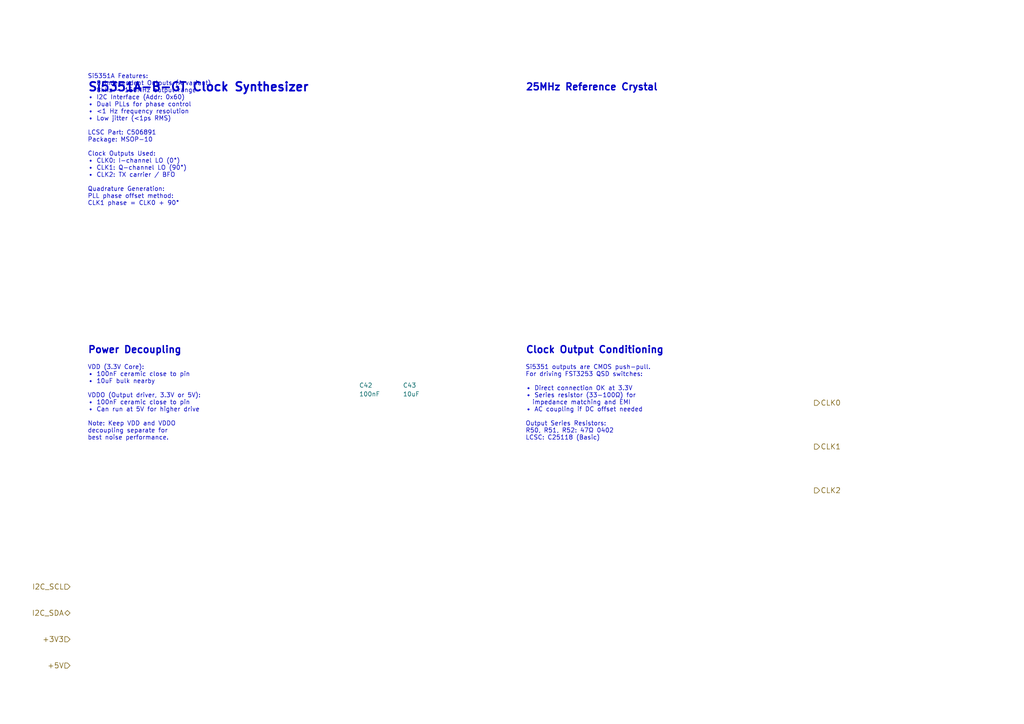
<source format=kicad_sch>
(kicad_sch
  (version 20231120)
  (generator "eeschema")
  (generator_version "8.0")
  (uuid "clock-si5351-uuid-001")
  (paper "A4")
  (title_block
    (title "Clock Generator - Si5351A")
    (date "2024-12-24")
    (rev "1.0")
    (comment 1 "I2C Programmable Clock Synthesizer")
    (comment 2 "Quadrature Clocks for QSD")
  )


  (text "Si5351A-B-GT Clock Synthesizer"
    (exclude_from_sim no)
    (at 25.4 25.4 0)
    (effects (font (size 2.5 2.5) bold) (justify left))
    (uuid "text-si5351-title")
  )

  (text "Si5351A Features:\n• 8 Independent Outputs (A variant)\n• 8kHz - 160MHz output range\n• I2C Interface (Addr: 0x60)\n• Dual PLLs for phase control\n• <1 Hz frequency resolution\n• Low jitter (<1ps RMS)\n\nLCSC Part: C506891\nPackage: MSOP-10\n\nClock Outputs Used:\n• CLK0: I-channel LO (0°)\n• CLK1: Q-channel LO (90°)\n• CLK2: TX carrier / BFO\n\nQuadrature Generation:\nPLL phase offset method:\nCLK1 phase = CLK0 + 90°"
    (exclude_from_sim no)
    (at 25.4 40.64 0)
    (effects (font (size 1.27 1.27)) (justify left))
    (uuid "text-si5351-features")
  )

  (text "25MHz Reference Crystal"
    (exclude_from_sim no)
    (at 152.4 25.4 0)
    (effects (font (size 2 2) bold) (justify left))
    (uuid "text-xtal-title")
  )

  (symbol
    (lib_id "Device:Crystal")
    (at 165.1 50.8 0)
    (unit 1)
    (exclude_from_sim no)
    (in_bom yes)
    (on_board yes)
    (dnp no)
    (uuid "y-si5351")
    (property "Reference" "Y2"
      (at 165.1 43.18 0)
      (effects (font (size 1.27 1.27)))
    )
    (property "Value" "25MHz"
      (at 165.1 45.72 0)
      (effects (font (size 1.27 1.27)))
    )
    (property "Footprint" "Crystal:Crystal_HC49-4H_Vertical"
      (at 165.1 50.8 0)
      (effects (font (size 1.27 1.27)) hide)
    )
    (property "LCSC" "C255909"
      (at 165.1 50.8 0)
      (effects (font (size 1.27 1.27)) hide)
    )
  )

  (symbol
    (lib_id "Device:C")
    (at 152.4 63.5 0)
    (unit 1)
    (exclude_from_sim no)
    (in_bom yes)
    (on_board yes)
    (dnp no)
    (uuid "c-xtal-1")
    (property "Reference" "C40"
      (at 154.94 60.96 0)
      (effects (font (size 1.27 1.27)) (justify left))
    )
    (property "Value" "10pF"
      (at 154.94 63.5 0)
      (effects (font (size 1.27 1.27)) (justify left))
    )
    (property "Footprint" "Capacitor_SMD:C_0402_1005Metric"
      (at 152.4 63.5 0)
      (effects (font (size 1.27 1.27)) hide)
    )
    (property "LCSC" "C32949"
      (at 152.4 63.5 0)
      (effects (font (size 1.27 1.27)) hide)
    )
    (property "JLC_Basic" "Yes"
      (at 152.4 63.5 0)
      (effects (font (size 1.27 1.27)) hide)
    )
  )

  (symbol
    (lib_id "Device:C")
    (at 177.8 63.5 0)
    (unit 1)
    (exclude_from_sim no)
    (in_bom yes)
    (on_board yes)
    (dnp no)
    (uuid "c-xtal-2")
    (property "Reference" "C41"
      (at 180.34 60.96 0)
      (effects (font (size 1.27 1.27)) (justify left))
    )
    (property "Value" "10pF"
      (at 180.34 63.5 0)
      (effects (font (size 1.27 1.27)) (justify left))
    )
    (property "Footprint" "Capacitor_SMD:C_0402_1005Metric"
      (at 177.8 63.5 0)
      (effects (font (size 1.27 1.27)) hide)
    )
    (property "LCSC" "C32949"
      (at 177.8 63.5 0)
      (effects (font (size 1.27 1.27)) hide)
    )
    (property "JLC_Basic" "Yes"
      (at 177.8 63.5 0)
      (effects (font (size 1.27 1.27)) hide)
    )
  )


  (text "Power Decoupling"
    (exclude_from_sim no)
    (at 25.4 101.6 0)
    (effects (font (size 2 2) bold) (justify left))
    (uuid "text-pwr-title")
  )

  (text "VDD (3.3V Core):\n• 100nF ceramic close to pin\n• 10uF bulk nearby\n\nVDDO (Output driver, 3.3V or 5V):\n• 100nF ceramic close to pin\n• Can run at 5V for higher drive\n\nNote: Keep VDD and VDDO\ndecoupling separate for\nbest noise performance."
    (exclude_from_sim no)
    (at 25.4 116.84 0)
    (effects (font (size 1.27 1.27)) (justify left))
    (uuid "text-pwr-note")
  )

  (symbol
    (lib_id "Device:C")
    (at 101.6 114.3 0)
    (unit 1)
    (exclude_from_sim no)
    (in_bom yes)
    (on_board yes)
    (dnp no)
    (uuid "c-vdd-si")
    (property "Reference" "C42"
      (at 104.14 111.76 0)
      (effects (font (size 1.27 1.27)) (justify left))
    )
    (property "Value" "100nF"
      (at 104.14 114.3 0)
      (effects (font (size 1.27 1.27)) (justify left))
    )
    (property "Footprint" "Capacitor_SMD:C_0402_1005Metric"
      (at 101.6 114.3 0)
      (effects (font (size 1.27 1.27)) hide)
    )
    (property "LCSC" "C1525"
      (at 101.6 114.3 0)
      (effects (font (size 1.27 1.27)) hide)
    )
    (property "JLC_Basic" "Yes"
      (at 101.6 114.3 0)
      (effects (font (size 1.27 1.27)) hide)
    )
  )

  (symbol
    (lib_id "Device:C")
    (at 114.3 114.3 0)
    (unit 1)
    (exclude_from_sim no)
    (in_bom yes)
    (on_board yes)
    (dnp no)
    (uuid "c-vdd-bulk")
    (property "Reference" "C43"
      (at 116.84 111.76 0)
      (effects (font (size 1.27 1.27)) (justify left))
    )
    (property "Value" "10uF"
      (at 116.84 114.3 0)
      (effects (font (size 1.27 1.27)) (justify left))
    )
    (property "Footprint" "Capacitor_SMD:C_0603_1608Metric"
      (at 114.3 114.3 0)
      (effects (font (size 1.27 1.27)) hide)
    )
    (property "LCSC" "C19702"
      (at 114.3 114.3 0)
      (effects (font (size 1.27 1.27)) hide)
    )
    (property "JLC_Basic" "Yes"
      (at 114.3 114.3 0)
      (effects (font (size 1.27 1.27)) hide)
    )
  )

  (symbol
    (lib_id "Device:C")
    (at 139.7 114.3 0)
    (unit 1)
    (exclude_from_sim no)
    (in_bom yes)
    (on_board yes)
    (dnp no)
    (uuid "c-vddo-si")
    (property "Reference" "C44"
      (at 142.24 111.76 0)
      (effects (font (size 1.27 1.27)) (justify left))
    )
    (property "Value" "100nF"
      (at 142.24 114.3 0)
      (effects (font (size 1.27 1.27)) (justify left))
    )
    (property "Footprint" "Capacitor_SMD:C_0402_1005Metric"
      (at 139.7 114.3 0)
      (effects (font (size 1.27 1.27)) hide)
    )
    (property "LCSC" "C1525"
      (at 139.7 114.3 0)
      (effects (font (size 1.27 1.27)) hide)
    )
    (property "JLC_Basic" "Yes"
      (at 139.7 114.3 0)
      (effects (font (size 1.27 1.27)) hide)
    )
  )


  (text "Clock Output Conditioning"
    (exclude_from_sim no)
    (at 152.4 101.6 0)
    (effects (font (size 2 2) bold) (justify left))
    (uuid "text-output-title")
  )

  (text "Si5351 outputs are CMOS push-pull.\nFor driving FST3253 QSD switches:\n\n• Direct connection OK at 3.3V\n• Series resistor (33-100Ω) for\n  impedance matching and EMI\n• AC coupling if DC offset needed\n\nOutput Series Resistors:\nR50, R51, R52: 47Ω 0402\nLCSC: C25118 (Basic)"
    (exclude_from_sim no)
    (at 152.4 116.84 0)
    (effects (font (size 1.27 1.27)) (justify left))
    (uuid "text-output-note")
  )

  (symbol
    (lib_id "Device:R")
    (at 215.9 116.84 90)
    (unit 1)
    (exclude_from_sim no)
    (in_bom yes)
    (on_board yes)
    (dnp no)
    (uuid "r-clk0")
    (property "Reference" "R50"
      (at 215.9 111.76 90)
      (effects (font (size 1.27 1.27)))
    )
    (property "Value" "47R"
      (at 215.9 114.3 90)
      (effects (font (size 1.27 1.27)))
    )
    (property "Footprint" "Resistor_SMD:R_0402_1005Metric"
      (at 215.9 116.84 0)
      (effects (font (size 1.27 1.27)) hide)
    )
    (property "LCSC" "C25118"
      (at 215.9 116.84 0)
      (effects (font (size 1.27 1.27)) hide)
    )
    (property "JLC_Basic" "Yes"
      (at 215.9 116.84 0)
      (effects (font (size 1.27 1.27)) hide)
    )
  )

  (symbol
    (lib_id "Device:R")
    (at 215.9 129.54 90)
    (unit 1)
    (exclude_from_sim no)
    (in_bom yes)
    (on_board yes)
    (dnp no)
    (uuid "r-clk1")
    (property "Reference" "R51"
      (at 215.9 124.46 90)
      (effects (font (size 1.27 1.27)))
    )
    (property "Value" "47R"
      (at 215.9 127 90)
      (effects (font (size 1.27 1.27)))
    )
    (property "Footprint" "Resistor_SMD:R_0402_1005Metric"
      (at 215.9 129.54 0)
      (effects (font (size 1.27 1.27)) hide)
    )
    (property "LCSC" "C25118"
      (at 215.9 129.54 0)
      (effects (font (size 1.27 1.27)) hide)
    )
    (property "JLC_Basic" "Yes"
      (at 215.9 129.54 0)
      (effects (font (size 1.27 1.27)) hide)
    )
  )

  (symbol
    (lib_id "Device:R")
    (at 215.9 142.24 90)
    (unit 1)
    (exclude_from_sim no)
    (in_bom yes)
    (on_board yes)
    (dnp no)
    (uuid "r-clk2")
    (property "Reference" "R52"
      (at 215.9 137.16 90)
      (effects (font (size 1.27 1.27)))
    )
    (property "Value" "47R"
      (at 215.9 139.7 90)
      (effects (font (size 1.27 1.27)))
    )
    (property "Footprint" "Resistor_SMD:R_0402_1005Metric"
      (at 215.9 142.24 0)
      (effects (font (size 1.27 1.27)) hide)
    )
    (property "LCSC" "C25118"
      (at 215.9 142.24 0)
      (effects (font (size 1.27 1.27)) hide)
    )
    (property "JLC_Basic" "Yes"
      (at 215.9 142.24 0)
      (effects (font (size 1.27 1.27)) hide)
    )
  )


  (hierarchical_label "I2C_SCL"
    (shape input)
    (at 20.32 170.18 180)
    (effects (font (size 1.524 1.524)) (justify right))
    (uuid "hlabel-clk-scl")
  )

  (hierarchical_label "I2C_SDA"
    (shape bidirectional)
    (at 20.32 177.8 180)
    (effects (font (size 1.524 1.524)) (justify right))
    (uuid "hlabel-clk-sda")
  )

  (hierarchical_label "CLK0"
    (shape output)
    (at 236.22 116.84 0)
    (effects (font (size 1.524 1.524)) (justify left))
    (uuid "hlabel-clk0")
  )

  (hierarchical_label "CLK1"
    (shape output)
    (at 236.22 129.54 0)
    (effects (font (size 1.524 1.524)) (justify left))
    (uuid "hlabel-clk1")
  )

  (hierarchical_label "CLK2"
    (shape output)
    (at 236.22 142.24 0)
    (effects (font (size 1.524 1.524)) (justify left))
    (uuid "hlabel-clk2")
  )

  (hierarchical_label "+3V3"
    (shape input)
    (at 20.32 185.42 180)
    (effects (font (size 1.524 1.524)) (justify right))
    (uuid "hlabel-clk-3v3")
  )

  (hierarchical_label "+5V"
    (shape input)
    (at 20.32 193.04 180)
    (effects (font (size 1.524 1.524)) (justify right))
    (uuid "hlabel-clk-5v")
  )

)

</source>
